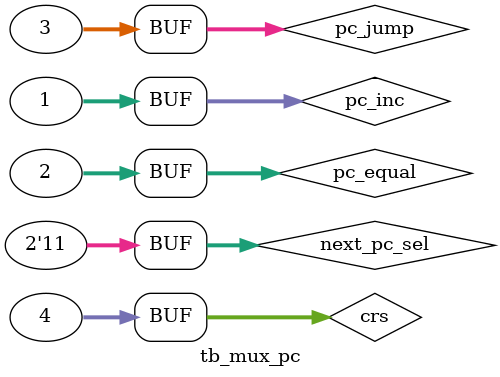
<source format=v>
`timescale 1ns / 1ps

module tb_mux_pc;

	// Inputs
	reg [31:0] pc_inc;
	reg [31:0] pc_equal;
	reg [31:0] pc_jump;
	reg [31:0] crs;
	reg [1:0] next_pc_sel;

	// Outputs
	wire [31:0] next_pc;

	// Instantiate the Unit Under Test (UUT)
	MUX_PC uut (
		.pc_inc(pc_inc), 
		.pc_equal(pc_equal), 
		.pc_jump(pc_jump), 
		.crs(crs), 
		.next_pc_sel(next_pc_sel), 
		.next_pc(next_pc)
	);

	initial begin
		// Initialize Inputs
		pc_inc = 0;
		pc_equal = 0;
		pc_jump = 0;
		crs = 0;
		next_pc_sel = 2'b11;

		// Wait 100 ns for global reset to finish
		#100;
        
		// Add stimulus here
	end
	
	always begin
		#100;
			pc_inc = 32'b001;
			pc_equal = 32'b010;
			pc_jump = 32'b011;
			crs = 32'b100;
			next_pc_sel = 2'b00;
		#100;
			pc_inc = 32'b001;
			pc_equal = 32'b010;
			pc_jump = 32'b011;
			crs = 32'b100;
			next_pc_sel = 2'b01;
		#100;
			pc_inc = 32'b001;
			pc_equal = 32'b010;
			pc_jump = 32'b011;
			crs = 32'b100;
			next_pc_sel = 2'b10;
		#100;
			pc_inc = 32'b001;
			pc_equal = 32'b010;
			pc_jump = 32'b011;
			crs = 32'b100;
			next_pc_sel = 2'b11;
		#500;
			
	end
      
endmodule


</source>
